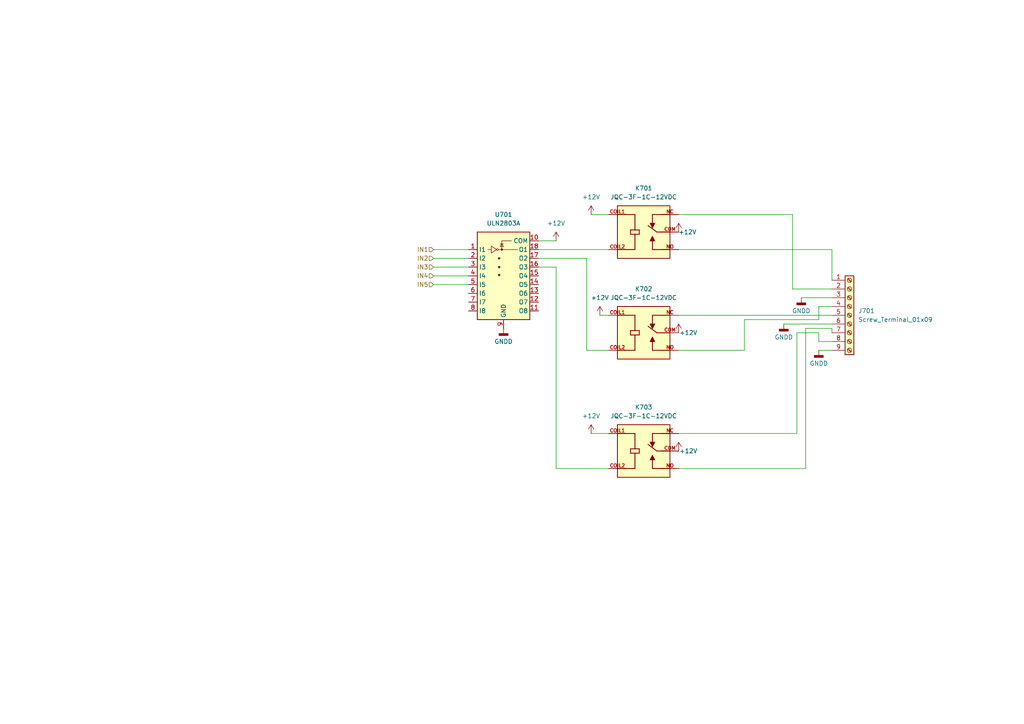
<source format=kicad_sch>
(kicad_sch (version 20231120) (generator "eeschema") (generator_version "8.0")
  (paper "A4")
  (lib_symbols
    (symbol "Connector:Screw_Terminal_01x09" (pin_names (offset 1.016) hide)
      (property "Reference" "J" (at 0 12.7 0))
      (property "Value" "Screw_Terminal_01x09" (at 0 -12.7 0))
      (symbol "Screw_Terminal_01x09_1_1"
        (rectangle (start -1.27 11.43) (end 1.27 -11.43) (stroke (width 0.254)) (fill (type background)))
        (circle (center 0 -10.16) (radius 0.635) (stroke (width 0.1524)))
        (circle (center 0 -7.62) (radius 0.635) (stroke (width 0.1524)))
        (circle (center 0 -5.08) (radius 0.635) (stroke (width 0.1524)))
        (circle (center 0 -2.54) (radius 0.635) (stroke (width 0.1524)))
        (polyline (pts (xy -0.5334 -9.8298) (xy 0.3302 -10.668)) (stroke (width 0.1524)))
        (polyline (pts (xy -0.5334 -7.2898) (xy 0.3302 -8.128)) (stroke (width 0.1524)))
        (polyline (pts (xy -0.5334 -4.7498) (xy 0.3302 -5.588)) (stroke (width 0.1524)))
        (polyline (pts (xy -0.5334 -2.2098) (xy 0.3302 -3.048)) (stroke (width 0.1524)))
        (polyline (pts (xy -0.5334 0.3302) (xy 0.3302 -0.508)) (stroke (width 0.1524)))
        (polyline (pts (xy -0.5334 2.8702) (xy 0.3302 2.032)) (stroke (width 0.1524)))
        (polyline (pts (xy -0.5334 5.4102) (xy 0.3302 4.572)) (stroke (width 0.1524)))
        (polyline (pts (xy -0.5334 7.9502) (xy 0.3302 7.112)) (stroke (width 0.1524)))
        (polyline (pts (xy -0.5334 10.4902) (xy 0.3302 9.652)) (stroke (width 0.1524)))
        (polyline (pts (xy -0.3556 -9.652) (xy 0.508 -10.4902)) (stroke (width 0.1524)))
        (polyline (pts (xy -0.3556 -7.112) (xy 0.508 -7.9502)) (stroke (width 0.1524)))
        (polyline (pts (xy -0.3556 -4.572) (xy 0.508 -5.4102)) (stroke (width 0.1524)))
        (polyline (pts (xy -0.3556 -2.032) (xy 0.508 -2.8702)) (stroke (width 0.1524)))
        (polyline (pts (xy -0.3556 0.508) (xy 0.508 -0.3302)) (stroke (width 0.1524)))
        (polyline (pts (xy -0.3556 3.048) (xy 0.508 2.2098)) (stroke (width 0.1524)))
        (polyline (pts (xy -0.3556 5.588) (xy 0.508 4.7498)) (stroke (width 0.1524)))
        (polyline (pts (xy -0.3556 8.128) (xy 0.508 7.2898)) (stroke (width 0.1524)))
        (polyline (pts (xy -0.3556 10.668) (xy 0.508 9.8298)) (stroke (width 0.1524)))
        (circle (center 0 0) (radius 0.635) (stroke (width 0.1524)))
        (circle (center 0 2.54) (radius 0.635) (stroke (width 0.1524)))
        (circle (center 0 5.08) (radius 0.635) (stroke (width 0.1524)))
        (circle (center 0 7.62) (radius 0.635) (stroke (width 0.1524)))
        (circle (center 0 10.16) (radius 0.635) (stroke (width 0.1524)))
        (pin passive line (at -5.08 10.16 0) (length 3.81) (name "Pin_1") (number "1"))
        (pin passive line (at -5.08 7.62 0) (length 3.81) (name "Pin_2") (number "2"))
        (pin passive line (at -5.08 5.08 0) (length 3.81) (name "Pin_3") (number "3"))
        (pin passive line (at -5.08 2.54 0) (length 3.81) (name "Pin_4") (number "4"))
        (pin passive line (at -5.08 0 0) (length 3.81) (name "Pin_5") (number "5"))
        (pin passive line (at -5.08 -2.54 0) (length 3.81) (name "Pin_6") (number "6"))
        (pin passive line (at -5.08 -5.08 0) (length 3.81) (name "Pin_7") (number "7"))
        (pin passive line (at -5.08 -7.62 0) (length 3.81) (name "Pin_8") (number "8"))
        (pin passive line (at -5.08 -10.16 0) (length 3.81) (name "Pin_9") (number "9"))
      )
    )
    (symbol "Relay:JQC-3F-1C-24VDC" (pin_names (offset 1.016))
      (property "Reference" "K" (at -7.62 8.89 0))
      (property "Value" "JQC-3F-1C-24VDC" (at -7.62 -10.16 0))
      (symbol "JQC-3F-1C-24VDC_0_0"
        (rectangle (start -7.62 -7.62) (end 7.62 7.62) (stroke (width 0.254)) (fill (type background)))
        (polyline (pts (xy -7.62 -5.08) (xy -2.54 -5.08)) (stroke (width 0.254)))
        (polyline (pts (xy -7.62 5.08) (xy -2.54 5.08)) (stroke (width 0.254)))
        (polyline (pts (xy -3.81 -0.635) (xy -3.81 0.635)) (stroke (width 0.254)))
        (polyline (pts (xy -3.81 0.635) (xy -2.54 0.635)) (stroke (width 0.254)))
        (polyline (pts (xy -2.54 -0.635) (xy -3.81 -0.635)) (stroke (width 0.254)))
        (polyline (pts (xy -2.54 -0.635) (xy -2.54 -5.08)) (stroke (width 0.254)))
        (polyline (pts (xy -2.54 0.635) (xy -1.27 0.635)) (stroke (width 0.254)))
        (polyline (pts (xy -2.54 5.08) (xy -2.54 0.635)) (stroke (width 0.254)))
        (polyline (pts (xy -1.27 -0.635) (xy -2.54 -0.635)) (stroke (width 0.254)))
        (polyline (pts (xy -1.27 0.635) (xy -1.27 -0.635)) (stroke (width 0.254)))
        (polyline (pts (xy 2.54 -5.08) (xy 2.54 -2.54)) (stroke (width 0.254)))
        (polyline (pts (xy 2.54 5.08) (xy 2.54 2.54)) (stroke (width 0.254)))
        (polyline (pts (xy 2.54 5.08) (xy 7.62 5.08)) (stroke (width 0.254)))
        (polyline (pts (xy 3.81 0) (xy 1.27 1.905)) (stroke (width 0.254)))
        (polyline (pts (xy 7.62 -5.08) (xy 2.54 -5.08)) (stroke (width 0.254)))
        (polyline (pts (xy 7.62 0) (xy 3.81 0)) (stroke (width 0.254)))
        (polyline (pts (xy 1.905 -2.54) (xy 3.175 -2.54) (xy 2.54 -1.27) (xy 1.905 -2.54)) (stroke (width 0.254)) (fill (type outline)))
        (polyline (pts (xy 3.175 2.54) (xy 1.905 2.54) (xy 2.54 1.27) (xy 3.175 2.54)) (stroke (width 0.254)) (fill (type outline)))
        (pin passive line (at -10.16 5.08 0) (length 5.08) (name "~") (number "COIL1"))
        (pin passive line (at -10.16 -5.08 0) (length 5.08) (name "~") (number "COIL2"))
        (pin passive line (at 10.16 0 180) (length 5.08) (name "~") (number "COM"))
        (pin passive line (at 10.16 5.08 180) (length 5.08) (name "~") (number "NC"))
        (pin passive line (at 10.16 -5.08 180) (length 5.08) (name "~") (number "NO"))
      )
    )
    (symbol "Transistor_Array:ULN2803A"
      (property "Reference" "U" (at 0 13.335 0))
      (property "Value" "ULN2803A" (at 0 11.43 0))
      (symbol "ULN2803A_0_1"
        (rectangle (start -7.62 -15.24) (end 7.62 10.16) (stroke (width 0.254)) (fill (type background)))
        (circle (center -1.778 5.08) (radius 0.254))
        (circle (center -1.27 -2.286) (radius 0.254) (fill (type outline)))
        (circle (center -1.27 0) (radius 0.254) (fill (type outline)))
        (circle (center -1.27 2.54) (radius 0.254) (fill (type outline)))
        (circle (center -0.508 5.08) (radius 0.254) (fill (type outline)))
        (polyline (pts (xy -4.572 5.08) (xy -3.556 5.08)))
        (polyline (pts (xy -1.524 5.08) (xy 4.064 5.08)))
        (polyline (pts (xy 0 6.731) (xy -1.016 6.731)))
        (polyline (pts (xy -0.508 5.08) (xy -0.508 7.62) (xy 2.286 7.62)))
        (polyline (pts (xy -3.556 6.096) (xy -3.556 4.064) (xy -2.032 5.08) (xy -3.556 6.096)))
        (polyline (pts (xy 0 5.969) (xy -1.016 5.969) (xy -0.508 6.731) (xy 0 5.969)))
      )
      (symbol "ULN2803A_1_1"
        (pin input line (at -10.16 5.08 0) (length 2.54) (name "I1") (number "1"))
        (pin passive line (at 10.16 7.62 180) (length 2.54) (name "COM") (number "10"))
        (pin open_collector line (at 10.16 -12.7 180) (length 2.54) (name "O8") (number "11"))
        (pin open_collector line (at 10.16 -10.16 180) (length 2.54) (name "O7") (number "12"))
        (pin open_collector line (at 10.16 -7.62 180) (length 2.54) (name "O6") (number "13"))
        (pin open_collector line (at 10.16 -5.08 180) (length 2.54) (name "O5") (number "14"))
        (pin open_collector line (at 10.16 -2.54 180) (length 2.54) (name "O4") (number "15"))
        (pin open_collector line (at 10.16 0 180) (length 2.54) (name "O3") (number "16"))
        (pin open_collector line (at 10.16 2.54 180) (length 2.54) (name "O2") (number "17"))
        (pin open_collector line (at 10.16 5.08 180) (length 2.54) (name "O1") (number "18"))
        (pin input line (at -10.16 2.54 0) (length 2.54) (name "I2") (number "2"))
        (pin input line (at -10.16 0 0) (length 2.54) (name "I3") (number "3"))
        (pin input line (at -10.16 -2.54 0) (length 2.54) (name "I4") (number "4"))
        (pin input line (at -10.16 -5.08 0) (length 2.54) (name "I5") (number "5"))
        (pin input line (at -10.16 -7.62 0) (length 2.54) (name "I6") (number "6"))
        (pin input line (at -10.16 -10.16 0) (length 2.54) (name "I7") (number "7"))
        (pin input line (at -10.16 -12.7 0) (length 2.54) (name "I8") (number "8"))
        (pin power_in line (at 0 -17.78 90) (length 2.54) (name "GND") (number "9"))
      )
    )
    (symbol "power:+12V" (power) (pin_numbers hide) (pin_names (offset 0) hide)
      (property "Value" "+12V" (at 0 3.556 0))
      (symbol "+12V_0_1"
        (polyline (pts (xy -0.762 1.27) (xy 0 2.54)))
        (polyline (pts (xy 0 0) (xy 0 2.54)))
        (polyline (pts (xy 0 2.54) (xy 0.762 1.27)))
      )
      (symbol "+12V_1_1"
        (pin power_in line (at 0 0 90) (length 0) (name "~") (number "1"))
      )
    )
    (symbol "power:GNDD" (power) (pin_numbers hide) (pin_names (offset 0) hide)
      (property "Value" "GNDD" (at 0 -3.175 0))
      (symbol "GNDD_0_1"
        (rectangle (start -1.27 -1.524) (end 1.27 -2.032) (stroke (width 0.254)) (fill (type outline)))
        (polyline (pts (xy 0 0) (xy 0 -1.524)))
      )
      (symbol "GNDD_1_1"
        (pin power_in line (at 0 0 270) (length 0) (name "~") (number "1"))
      )
    )
  )
  (wire (pts (xy 125.73 77.47) (xy 135.89 77.47)))
  (wire (pts (xy 176.53 135.89) (xy 161.29 135.89)))
  (wire (pts (xy 125.73 74.93) (xy 135.89 74.93)))
  (wire (pts (xy 196.85 91.44) (xy 241.3 91.44)))
  (wire (pts (xy 231.14 96.52) (xy 237.49 96.52)))
  (wire (pts (xy 196.85 72.39) (xy 241.3 72.39)))
  (wire (pts (xy 125.73 72.39) (xy 135.89 72.39)))
  (wire (pts (xy 170.18 101.6) (xy 170.18 74.93)))
  (wire (pts (xy 171.45 125.73) (xy 176.53 125.73)))
  (wire (pts (xy 196.85 101.6) (xy 215.9 101.6)))
  (wire (pts (xy 232.41 86.36) (xy 241.3 86.36)))
  (wire (pts (xy 173.99 91.44) (xy 176.53 91.44)))
  (wire (pts (xy 196.85 125.73) (xy 231.14 125.73)))
  (wire (pts (xy 241.3 95.25) (xy 241.3 96.52)))
  (wire (pts (xy 233.68 95.25) (xy 241.3 95.25)))
  (wire (pts (xy 215.9 92.71) (xy 237.49 92.71)))
  (wire (pts (xy 229.87 62.23) (xy 229.87 83.82)))
  (wire (pts (xy 237.49 88.9) (xy 241.3 88.9)))
  (wire (pts (xy 227.33 93.98) (xy 241.3 93.98)))
  (wire (pts (xy 156.21 72.39) (xy 176.53 72.39)))
  (wire (pts (xy 233.68 95.25) (xy 233.68 135.89)))
  (wire (pts (xy 161.29 77.47) (xy 156.21 77.47)))
  (wire (pts (xy 156.21 69.85) (xy 161.29 69.85)))
  (wire (pts (xy 161.29 77.47) (xy 161.29 135.89)))
  (wire (pts (xy 176.53 101.6) (xy 170.18 101.6)))
  (wire (pts (xy 125.73 82.55) (xy 135.89 82.55)))
  (wire (pts (xy 196.85 135.89) (xy 233.68 135.89)))
  (wire (pts (xy 229.87 83.82) (xy 241.3 83.82)))
  (wire (pts (xy 237.49 96.52) (xy 237.49 99.06)))
  (wire (pts (xy 237.49 92.71) (xy 237.49 88.9)))
  (wire (pts (xy 231.14 125.73) (xy 231.14 96.52)))
  (wire (pts (xy 171.45 62.23) (xy 176.53 62.23)))
  (wire (pts (xy 196.85 62.23) (xy 229.87 62.23)))
  (wire (pts (xy 215.9 101.6) (xy 215.9 92.71)))
  (wire (pts (xy 237.49 101.6) (xy 241.3 101.6)))
  (wire (pts (xy 170.18 74.93) (xy 156.21 74.93)))
  (wire (pts (xy 241.3 72.39) (xy 241.3 81.28)))
  (wire (pts (xy 125.73 80.01) (xy 135.89 80.01)))
  (wire (pts (xy 237.49 99.06) (xy 241.3 99.06)))
  (hierarchical_label "IN1" (shape input) (at 125.73 72.39 180))
  (hierarchical_label "IN3" (shape input) (at 125.73 77.47 180))
  (hierarchical_label "IN5" (shape input) (at 125.73 82.55 180))
  (hierarchical_label "IN2" (shape input) (at 125.73 74.93 180))
  (hierarchical_label "IN4" (shape input) (at 125.73 80.01 180))
  (symbol (lib_id "power:+12V") (at 161.29 69.85 0) (unit 1)
    (property "Reference" "#PWR0702" (effects (hide yes)))
    (property "Value" "+12V" (at 161.29 64.77 0))
    (property "Description" "Power symbol creates a global label with name \"+12V\"" (effects (hide yes)))
  )
  (symbol (lib_id "power:+12V") (at 171.45 125.73 0) (unit 1)
    (property "Reference" "#PWR0704" (effects (hide yes)))
    (property "Value" "+12V" (at 171.45 120.65 0))
    (property "Description" "Power symbol creates a global label with name \"+12V\"" (effects (hide yes)))
  )
  (symbol (lib_id "power:+12V") (at 196.85 67.31 0) (unit 1)
    (property "Reference" "#PWR0706" (effects (hide yes)))
    (property "Value" "+12V" (at 199.39 67.31 0))
    (property "Description" "Power symbol creates a global label with name \"+12V\"" (effects (hide yes)))
  )
  (symbol (lib_id "Relay:JQC-3F-1C-24VDC") (at 186.69 67.31 0) (unit 1)
    (property "Reference" "K701" (at 186.69 54.61 0))
    (property "Value" "JQC-3F-1C-12VDC" (at 186.69 57.15 0))
    (property "Footprint" "Relay_THT:RELAY_JQC-3F-1C-24VDC" (effects (hide yes)))
    (property "MF" "YUEQING HENGWEI ELECTRONICS CO.,LTD." (effects (hide yes)))
    (property "MAXIMUM_PACKAGE_HEIGHT" "15.5 mm" (effects (hide yes)))
    (property "Package" "None" (effects (hide yes)))
    (property "Price" "None" (effects (hide yes)))
    (property "Check_prices" "https://www.snapeda.com/parts/JQC-3F-1C-24VDC/YUEQING+HENGWEI+ELECTRONICS+CO.%252CLTD./view-part/?ref=eda" (effects (hide yes)))
    (property "STANDARD" "Manufacturer Recommendations" (effects (hide yes)))
    (property "PARTREV" "N/A" (effects (hide yes)))
    (property "SnapEDA_Link" "https://www.snapeda.com/parts/JQC-3F-1C-24VDC/YUEQING+HENGWEI+ELECTRONICS+CO.%252CLTD./view-part/?ref=snap" (effects (hide yes)))
    (property "MP" "JQC-3F-1C-24VDC" (effects (hide yes)))
    (property "Description_1" "\n                        \n                            Miniature PCB Relay 24VDC, 10A 250VAC, 15A 125VAC, 10A 250VAC\n                        \n" (effects (hide yes)))
    (property "Availability" "Not in stock" (effects (hide yes)))
    (property "MANUFACTURER" "YUEQING HENGWEI ELECTRONICS CO.,LTD." (effects (hide yes)))
  )
  (symbol (lib_id "Transistor_Array:ULN2803A") (at 146.05 77.47 0) (unit 1)
    (property "Reference" "U701" (at 146.05 62.23 0))
    (property "Value" "ULN2803A" (at 146.05 64.77 0))
    (property "Footprint" "Package_SO:SOIC-18W_7.5x11.6mm_P1.27mm" (effects (hide yes)))
    (property "Datasheet" "http://www.ti.com/lit/ds/symlink/uln2803a.pdf" (effects (hide yes)))
    (property "Description" "Darlington Transistor Arrays, SOIC18/DIP18" (effects (hide yes)))
  )
  (symbol (lib_id "power:+12V") (at 173.99 91.44 0) (unit 1)
    (property "Reference" "#PWR0705" (effects (hide yes)))
    (property "Value" "+12V" (at 173.99 86.36 0))
    (property "Description" "Power symbol creates a global label with name \"+12V\"" (effects (hide yes)))
  )
  (symbol (lib_id "Connector:Screw_Terminal_01x09") (at 246.38 91.44 0) (unit 1)
    (property "Reference" "J701" (at 248.92 90.1699 0) (effects (justify left)))
    (property "Value" "Screw_Terminal_01x09" (at 248.92 92.7099 0) (effects (justify left)))
    (property "Footprint" "TerminalBlock_Phoenix:TerminalBlock_Phoenix_MKDS-1,5-9_1x09_P5.00mm_Horizontal" (effects (hide yes)))
    (property "Description" "Generic screw terminal, single row, 01x09, script generated (kicad-library-utils/schlib/autogen/connector/)" (effects (hide yes)))
  )
  (symbol (lib_id "power:GNDD") (at 237.49 101.6 0) (unit 1)
    (property "Reference" "#PWR0711" (effects (hide yes)))
    (property "Value" "GNDD" (at 237.49 105.41 0))
    (property "Description" "Power symbol creates a global label with name \"GNDD\" , digital ground" (effects (hide yes)))
  )
  (symbol (lib_id "power:GNDD") (at 146.05 95.25 0) (unit 1)
    (property "Reference" "#PWR0701" (effects (hide yes)))
    (property "Value" "GNDD" (at 146.05 99.06 0))
    (property "Description" "Power symbol creates a global label with name \"GNDD\" , digital ground" (effects (hide yes)))
  )
  (symbol (lib_id "Relay:JQC-3F-1C-24VDC") (at 186.69 96.52 0) (unit 1)
    (property "Reference" "K702" (at 186.69 83.82 0))
    (property "Value" "JQC-3F-1C-12VDC" (at 186.69 86.36 0))
    (property "Footprint" "Relay_THT:RELAY_JQC-3F-1C-24VDC" (effects (hide yes)))
    (property "MF" "YUEQING HENGWEI ELECTRONICS CO.,LTD." (effects (hide yes)))
    (property "MAXIMUM_PACKAGE_HEIGHT" "15.5 mm" (effects (hide yes)))
    (property "Package" "None" (effects (hide yes)))
    (property "Price" "None" (effects (hide yes)))
    (property "Check_prices" "https://www.snapeda.com/parts/JQC-3F-1C-24VDC/YUEQING+HENGWEI+ELECTRONICS+CO.%252CLTD./view-part/?ref=eda" (effects (hide yes)))
    (property "STANDARD" "Manufacturer Recommendations" (effects (hide yes)))
    (property "PARTREV" "N/A" (effects (hide yes)))
    (property "SnapEDA_Link" "https://www.snapeda.com/parts/JQC-3F-1C-24VDC/YUEQING+HENGWEI+ELECTRONICS+CO.%252CLTD./view-part/?ref=snap" (effects (hide yes)))
    (property "MP" "JQC-3F-1C-24VDC" (effects (hide yes)))
    (property "Description_1" "\n                        \n                            Miniature PCB Relay 24VDC, 10A 250VAC, 15A 125VAC, 10A 250VAC\n                        \n" (effects (hide yes)))
    (property "Availability" "Not in stock" (effects (hide yes)))
    (property "MANUFACTURER" "YUEQING HENGWEI ELECTRONICS CO.,LTD." (effects (hide yes)))
  )
  (symbol (lib_id "power:GNDD") (at 232.41 86.36 0) (unit 1)
    (property "Reference" "#PWR0709" (effects (hide yes)))
    (property "Value" "GNDD" (at 232.41 90.17 0))
    (property "Description" "Power symbol creates a global label with name \"GNDD\" , digital ground" (effects (hide yes)))
  )
  (symbol (lib_id "power:GNDD") (at 227.33 93.98 0) (unit 1)
    (property "Reference" "#PWR0710" (effects (hide yes)))
    (property "Value" "GNDD" (at 227.33 97.79 0))
    (property "Description" "Power symbol creates a global label with name \"GNDD\" , digital ground" (effects (hide yes)))
  )
  (symbol (lib_id "power:+12V") (at 196.85 130.81 0) (unit 1)
    (property "Reference" "#PWR0708" (effects (hide yes)))
    (property "Value" "+12V" (at 199.644 130.81 0))
    (property "Description" "Power symbol creates a global label with name \"+12V\"" (effects (hide yes)))
  )
  (symbol (lib_id "power:+12V") (at 171.45 62.23 0) (unit 1)
    (property "Reference" "#PWR0703" (effects (hide yes)))
    (property "Value" "+12V" (at 171.45 57.15 0))
    (property "Description" "Power symbol creates a global label with name \"+12V\"" (effects (hide yes)))
  )
  (symbol (lib_id "Relay:JQC-3F-1C-24VDC") (at 186.69 130.81 0) (unit 1)
    (property "Reference" "K703" (at 186.69 118.11 0))
    (property "Value" "JQC-3F-1C-12VDC" (at 186.69 120.65 0))
    (property "Footprint" "Relay_THT:RELAY_JQC-3F-1C-24VDC" (effects (hide yes)))
    (property "MF" "YUEQING HENGWEI ELECTRONICS CO.,LTD." (effects (hide yes)))
    (property "MAXIMUM_PACKAGE_HEIGHT" "15.5 mm" (effects (hide yes)))
    (property "Package" "None" (effects (hide yes)))
    (property "Price" "None" (effects (hide yes)))
    (property "Check_prices" "https://www.snapeda.com/parts/JQC-3F-1C-24VDC/YUEQING+HENGWEI+ELECTRONICS+CO.%252CLTD./view-part/?ref=eda" (effects (hide yes)))
    (property "STANDARD" "Manufacturer Recommendations" (effects (hide yes)))
    (property "PARTREV" "N/A" (effects (hide yes)))
    (property "SnapEDA_Link" "https://www.snapeda.com/parts/JQC-3F-1C-24VDC/YUEQING+HENGWEI+ELECTRONICS+CO.%252CLTD./view-part/?ref=snap" (effects (hide yes)))
    (property "MP" "JQC-3F-1C-24VDC" (effects (hide yes)))
    (property "Description_1" "\n                        \n                            Miniature PCB Relay 24VDC, 10A 250VAC, 15A 125VAC, 10A 250VAC\n                        \n" (effects (hide yes)))
    (property "Availability" "Not in stock" (effects (hide yes)))
    (property "MANUFACTURER" "YUEQING HENGWEI ELECTRONICS CO.,LTD." (effects (hide yes)))
  )
  (symbol (lib_id "power:+12V") (at 196.85 96.52 0) (unit 1)
    (property "Reference" "#PWR0707" (effects (hide yes)))
    (property "Value" "+12V" (at 199.644 96.52 0))
    (property "Description" "Power symbol creates a global label with name \"+12V\"" (effects (hide yes)))
  )
)
</source>
